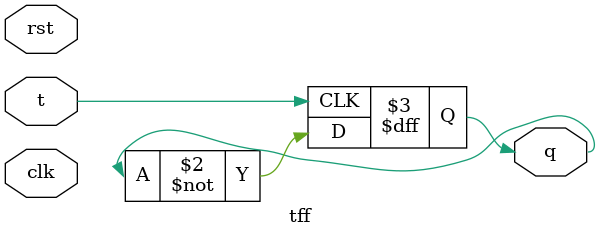
<source format=v>
module tff (
    input clk,
    input rst,
    input t,
    output reg q
);

  always @(posedge t) begin
    q <= ~q;
  end

endmodule

</source>
